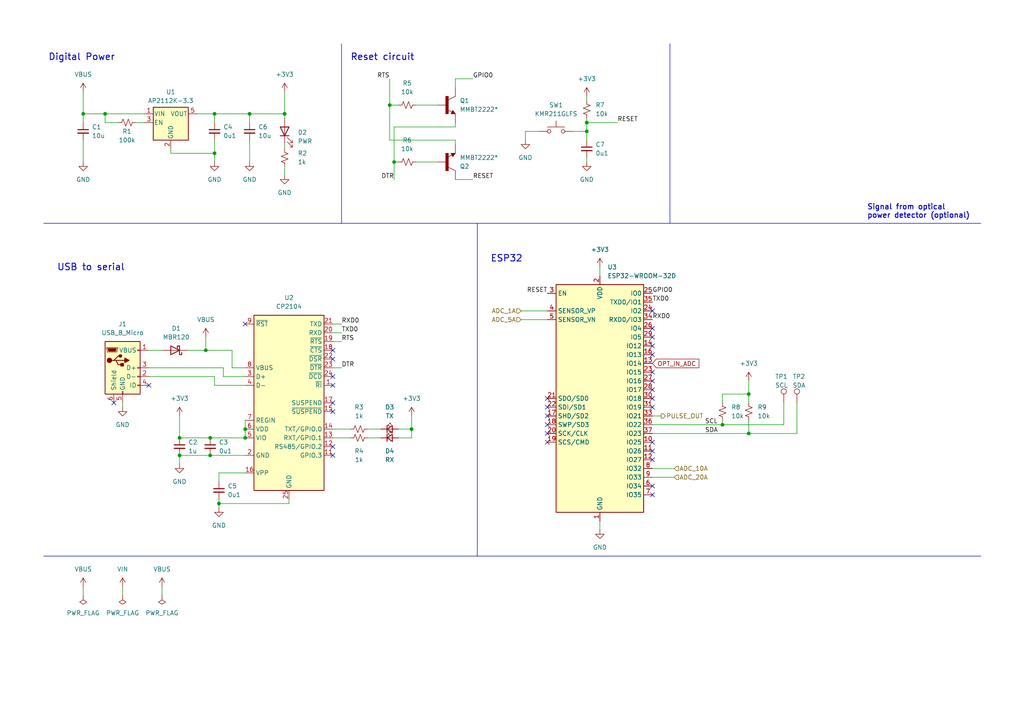
<source format=kicad_sch>
(kicad_sch (version 20230121) (generator eeschema)
  (paper "A4")
  (lib_symbols
    (symbol "Connector:TestPoint" (pin_numbers hide) (pin_names (offset 0.762) hide)
      (property "Reference" "TP" (at 0 6.858 0))
      (property "Value" "TestPoint" (at 0 5.08 0))
      (symbol "TestPoint_0_1"
        (circle (center 0 3.302) (radius 0.762))
      )
      (symbol "TestPoint_1_1"
        (pin passive line (at 0 0 90) (length 2.54) (name "1") (number "1"))
      )
    )
    (symbol "Connector:USB_B_Micro" (pin_names (offset 1.016))
      (property "Reference" "J" (at -5.08 11.43 0))
      (property "Value" "USB_B_Micro" (at -5.08 8.89 0))
      (symbol "USB_B_Micro_0_1"
        (rectangle (start -5.08 -7.62) (end 5.08 7.62) (stroke (width 0.254)) (fill (type background)))
        (circle (center -3.81 2.159) (radius 0.635) (stroke (width 0.254)) (fill (type outline)))
        (circle (center -0.635 3.429) (radius 0.381) (stroke (width 0.254)) (fill (type outline)))
        (rectangle (start -0.127 -7.62) (end 0.127 -6.858))
        (polyline (pts (xy -1.905 2.159) (xy 0.635 2.159)) (stroke (width 0.254)))
        (polyline (pts (xy -3.175 2.159) (xy -2.54 2.159) (xy -1.27 3.429) (xy -0.635 3.429)) (stroke (width 0.254)))
        (polyline (pts (xy -2.54 2.159) (xy -1.905 2.159) (xy -1.27 0.889) (xy 0 0.889)) (stroke (width 0.254)))
        (polyline (pts (xy 0.635 2.794) (xy 0.635 1.524) (xy 1.905 2.159) (xy 0.635 2.794)) (stroke (width 0.254)) (fill (type outline)))
        (polyline (pts (xy -4.318 5.588) (xy -1.778 5.588) (xy -2.032 4.826) (xy -4.064 4.826) (xy -4.318 5.588)) (fill (type outline)))
        (polyline (pts (xy -4.699 5.842) (xy -4.699 5.588) (xy -4.445 4.826) (xy -4.445 4.572) (xy -1.651 4.572) (xy -1.651 4.826) (xy -1.397 5.588) (xy -1.397 5.842) (xy -4.699 5.842)))
        (rectangle (start 0.254 1.27) (end -0.508 0.508) (stroke (width 0.254)) (fill (type outline)))
        (rectangle (start 5.08 -5.207) (end 4.318 -4.953))
        (rectangle (start 5.08 -2.667) (end 4.318 -2.413))
        (rectangle (start 5.08 -0.127) (end 4.318 0.127))
        (rectangle (start 5.08 4.953) (end 4.318 5.207))
      )
      (symbol "USB_B_Micro_1_1"
        (pin power_out line (at 7.62 5.08 180) (length 2.54) (name "VBUS") (number "1"))
        (pin bidirectional line (at 7.62 -2.54 180) (length 2.54) (name "D-") (number "2"))
        (pin bidirectional line (at 7.62 0 180) (length 2.54) (name "D+") (number "3"))
        (pin passive line (at 7.62 -5.08 180) (length 2.54) (name "ID") (number "4"))
        (pin power_out line (at 0 -10.16 90) (length 2.54) (name "GND") (number "5"))
        (pin passive line (at -2.54 -10.16 90) (length 2.54) (name "Shield") (number "6"))
      )
    )
    (symbol "DW_custom_symbols:CP2104"
      (property "Reference" "U2" (at 0 30.48 0))
      (property "Value" "CP2104" (at 0 27.94 0))
      (symbol "CP2104_1_1"
        (rectangle (start -10.16 25.4) (end 10.16 -25.4) (stroke (width 0.254)) (fill (type background)))
        (pin input line (at 12.7 5.08 180) (length 2.54) (name "~{RI}") (number "1"))
        (pin no_connect line (at 10.16 -20.32 180) (length 2.54) hide (name "NC") (number "10"))
        (pin bidirectional line (at 12.7 -15.24 180) (length 2.54) (name "GPIO.3") (number "11"))
        (pin bidirectional line (at 12.7 -12.7 180) (length 2.54) (name "RS485/GPIO.2") (number "12"))
        (pin bidirectional line (at 12.7 -10.16 180) (length 2.54) (name "RXT/GPIO.1") (number "13"))
        (pin bidirectional line (at 12.7 -7.62 180) (length 2.54) (name "TXT/GPIO.0") (number "14"))
        (pin output line (at 12.7 -2.54 180) (length 2.54) (name "~{SUSPEND}") (number "15"))
        (pin passive line (at -12.7 -20.32 0) (length 2.54) (name "VPP") (number "16"))
        (pin output line (at 12.7 0 180) (length 2.54) (name "SUSPEND") (number "17"))
        (pin input line (at 12.7 15.24 180) (length 2.54) (name "~{CTS}") (number "18"))
        (pin output line (at 12.7 17.78 180) (length 2.54) (name "~{RTS}") (number "19"))
        (pin power_in line (at -12.7 -15.24 0) (length 2.54) (name "GND") (number "2"))
        (pin input line (at 12.7 20.32 180) (length 2.54) (name "RXD") (number "20"))
        (pin output line (at 12.7 22.86 180) (length 2.54) (name "TXD") (number "21"))
        (pin input line (at 12.7 12.7 180) (length 2.54) (name "~{DSR}") (number "22"))
        (pin output line (at 12.7 10.16 180) (length 2.54) (name "~{DTR}") (number "23"))
        (pin input line (at 12.7 7.62 180) (length 2.54) (name "~{DCD}") (number "24"))
        (pin passive line (at 0 -27.94 90) (length 2.54) (name "GND") (number "25"))
        (pin bidirectional line (at -12.7 7.62 0) (length 2.54) (name "D+") (number "3"))
        (pin bidirectional line (at -12.7 5.08 0) (length 2.54) (name "D-") (number "4"))
        (pin power_in line (at -12.7 -10.16 0) (length 2.54) (name "VIO") (number "5"))
        (pin power_in line (at -12.7 -7.62 0) (length 2.54) (name "VDD") (number "6"))
        (pin power_in line (at -12.7 -5.08 0) (length 2.54) (name "REGIN") (number "7"))
        (pin input line (at -12.7 10.16 0) (length 2.54) (name "VBUS") (number "8"))
        (pin bidirectional line (at -12.7 22.86 0) (length 2.54) (name "~{RST}") (number "9"))
      )
    )
    (symbol "DW_custom_symbols:MMBT2222*" (pin_numbers hide) (pin_names (offset 1.016) hide)
      (property "Reference" "Q" (at -10.16 7.62 0))
      (property "Value" "MMBT2222*" (at -10.1854 5.08 0))
      (symbol "MMBT2222*_0_0"
        (rectangle (start -0.254 -2.54) (end 0.508 2.54) (fill (type outline)))
        (polyline (pts (xy 1.27 -2.54) (xy 1.778 -1.524)) (stroke (width 0.1524)))
        (polyline (pts (xy 1.524 -2.413) (xy 2.286 -2.413)) (stroke (width 0.254)))
        (polyline (pts (xy 1.524 -2.286) (xy 1.905 -2.286)) (stroke (width 0.254)))
        (polyline (pts (xy 1.5494 -2.032) (xy 0.3048 -1.4224)) (stroke (width 0.1524)))
        (polyline (pts (xy 1.778 -1.778) (xy 1.524 -2.286)) (stroke (width 0.254)))
        (polyline (pts (xy 1.778 -1.524) (xy 2.54 -2.54)) (stroke (width 0.1524)))
        (polyline (pts (xy 1.905 -2.286) (xy 1.778 -2.032)) (stroke (width 0.254)))
        (polyline (pts (xy 2.286 -2.413) (xy 1.778 -1.778)) (stroke (width 0.254)))
        (polyline (pts (xy 2.54 -2.54) (xy 1.27 -2.54)) (stroke (width 0.1524)))
        (polyline (pts (xy 2.54 2.54) (xy 0.508 1.524)) (stroke (width 0.1524)))
      )
      (symbol "MMBT2222*_1_0"
        (pin passive line (at -2.54 0 0) (length 2.54) (name "~") (number "1"))
        (pin passive line (at 2.54 -5.08 90) (length 2.54) (name "~") (number "2"))
        (pin passive line (at 2.54 5.08 270) (length 2.54) (name "~") (number "3"))
      )
    )
    (symbol "DW_custom_symbols:VIN" (power) (pin_names (offset 0))
      (property "Value" "VIN" (at 0 6.35 0))
      (symbol "VIN_0_1"
        (polyline (pts (xy -0.762 1.27) (xy 0 2.54)))
        (polyline (pts (xy 0 0) (xy 0 2.54)))
        (polyline (pts (xy 0 2.54) (xy 0.762 1.27)))
      )
      (symbol "VIN_1_1"
        (pin power_in line (at 0 0 90) (length 0) hide (name "VIN") (number "1"))
      )
    )
    (symbol "Device:C_Small" (pin_numbers hide) (pin_names (offset 0.254) hide)
      (property "Reference" "C" (at 0.254 1.778 0))
      (property "Value" "C_Small" (at 0.254 -2.032 0))
      (symbol "C_Small_0_1"
        (polyline (pts (xy -1.524 -0.508) (xy 1.524 -0.508)) (stroke (width 0.3302)))
        (polyline (pts (xy -1.524 0.508) (xy 1.524 0.508)) (stroke (width 0.3048)))
      )
      (symbol "C_Small_1_1"
        (pin passive line (at 0 2.54 270) (length 2.032) (name "~") (number "1"))
        (pin passive line (at 0 -2.54 90) (length 2.032) (name "~") (number "2"))
      )
    )
    (symbol "Device:D_Schottky" (pin_numbers hide) (pin_names (offset 1.016) hide)
      (property "Reference" "D" (at 0 2.54 0))
      (property "Value" "D_Schottky" (at 0 -2.54 0))
      (symbol "D_Schottky_0_1"
        (polyline (pts (xy 1.27 0) (xy -1.27 0)))
        (polyline (pts (xy 1.27 1.27) (xy 1.27 -1.27) (xy -1.27 0) (xy 1.27 1.27)) (stroke (width 0.254)))
        (polyline (pts (xy -1.905 0.635) (xy -1.905 1.27) (xy -1.27 1.27) (xy -1.27 -1.27) (xy -0.635 -1.27) (xy -0.635 -0.635)) (stroke (width 0.254)))
      )
      (symbol "D_Schottky_1_1"
        (pin passive line (at -3.81 0 0) (length 2.54) (name "K") (number "1"))
        (pin passive line (at 3.81 0 180) (length 2.54) (name "A") (number "2"))
      )
    )
    (symbol "Device:LED" (pin_numbers hide) (pin_names (offset 1.016) hide)
      (property "Reference" "D" (at 0 2.54 0))
      (property "Value" "LED" (at 0 -2.54 0))
      (symbol "LED_0_1"
        (polyline (pts (xy -1.27 -1.27) (xy -1.27 1.27)) (stroke (width 0.254)))
        (polyline (pts (xy -1.27 0) (xy 1.27 0)))
        (polyline (pts (xy 1.27 -1.27) (xy 1.27 1.27) (xy -1.27 0) (xy 1.27 -1.27)) (stroke (width 0.254)))
        (polyline (pts (xy -3.048 -0.762) (xy -4.572 -2.286) (xy -3.81 -2.286) (xy -4.572 -2.286) (xy -4.572 -1.524)))
        (polyline (pts (xy -1.778 -0.762) (xy -3.302 -2.286) (xy -2.54 -2.286) (xy -3.302 -2.286) (xy -3.302 -1.524)))
      )
      (symbol "LED_1_1"
        (pin passive line (at -3.81 0 0) (length 2.54) (name "K") (number "1"))
        (pin passive line (at 3.81 0 180) (length 2.54) (name "A") (number "2"))
      )
    )
    (symbol "Device:LED_Small" (pin_numbers hide) (pin_names (offset 0.254) hide)
      (property "Reference" "D" (at -1.27 3.175 0))
      (property "Value" "LED_Small" (at -4.445 -2.54 0))
      (symbol "LED_Small_0_1"
        (polyline (pts (xy -0.762 -1.016) (xy -0.762 1.016)) (stroke (width 0.254)))
        (polyline (pts (xy 1.016 0) (xy -0.762 0)))
        (polyline (pts (xy 0.762 -1.016) (xy -0.762 0) (xy 0.762 1.016) (xy 0.762 -1.016)) (stroke (width 0.254)))
        (polyline (pts (xy 0 0.762) (xy -0.508 1.27) (xy -0.254 1.27) (xy -0.508 1.27) (xy -0.508 1.016)))
        (polyline (pts (xy 0.508 1.27) (xy 0 1.778) (xy 0.254 1.778) (xy 0 1.778) (xy 0 1.524)))
      )
      (symbol "LED_Small_1_1"
        (pin passive line (at -2.54 0 0) (length 1.778) (name "K") (number "1"))
        (pin passive line (at 2.54 0 180) (length 1.778) (name "A") (number "2"))
      )
    )
    (symbol "Device:R_Small_US" (pin_numbers hide) (pin_names (offset 0.254) hide)
      (property "Reference" "R" (at 0.762 0.508 0))
      (property "Value" "R_Small_US" (at 0.762 -1.016 0))
      (symbol "R_Small_US_1_1"
        (polyline (pts (xy 0 0) (xy 1.016 -0.381) (xy 0 -0.762) (xy -1.016 -1.143) (xy 0 -1.524)))
        (polyline (pts (xy 0 1.524) (xy 1.016 1.143) (xy 0 0.762) (xy -1.016 0.381) (xy 0 0)))
        (pin passive line (at 0 2.54 270) (length 1.016) (name "~") (number "1"))
        (pin passive line (at 0 -2.54 90) (length 1.016) (name "~") (number "2"))
      )
    )
    (symbol "RF_Module:ESP32-WROOM-32D"
      (property "Reference" "U" (at -12.7 34.29 0))
      (property "Value" "ESP32-WROOM-32D" (at 1.27 34.29 0))
      (symbol "ESP32-WROOM-32D_0_1"
        (rectangle (start -12.7 33.02) (end 12.7 -33.02) (stroke (width 0.254)) (fill (type background)))
      )
      (symbol "ESP32-WROOM-32D_1_1"
        (pin power_in line (at 0 -35.56 90) (length 2.54) (name "GND") (number "1"))
        (pin bidirectional line (at 15.24 -12.7 180) (length 2.54) (name "IO25") (number "10"))
        (pin bidirectional line (at 15.24 -15.24 180) (length 2.54) (name "IO26") (number "11"))
        (pin bidirectional line (at 15.24 -17.78 180) (length 2.54) (name "IO27") (number "12"))
        (pin bidirectional line (at 15.24 10.16 180) (length 2.54) (name "IO14") (number "13"))
        (pin bidirectional line (at 15.24 15.24 180) (length 2.54) (name "IO12") (number "14"))
        (pin passive line (at 0 -35.56 90) (length 2.54) hide (name "GND") (number "15"))
        (pin bidirectional line (at 15.24 12.7 180) (length 2.54) (name "IO13") (number "16"))
        (pin bidirectional line (at -15.24 -5.08 0) (length 2.54) (name "SHD/SD2") (number "17"))
        (pin bidirectional line (at -15.24 -7.62 0) (length 2.54) (name "SWP/SD3") (number "18"))
        (pin bidirectional line (at -15.24 -12.7 0) (length 2.54) (name "SCS/CMD") (number "19"))
        (pin power_in line (at 0 35.56 270) (length 2.54) (name "VDD") (number "2"))
        (pin bidirectional line (at -15.24 -10.16 0) (length 2.54) (name "SCK/CLK") (number "20"))
        (pin bidirectional line (at -15.24 0 0) (length 2.54) (name "SDO/SD0") (number "21"))
        (pin bidirectional line (at -15.24 -2.54 0) (length 2.54) (name "SDI/SD1") (number "22"))
        (pin bidirectional line (at 15.24 7.62 180) (length 2.54) (name "IO15") (number "23"))
        (pin bidirectional line (at 15.24 25.4 180) (length 2.54) (name "IO2") (number "24"))
        (pin bidirectional line (at 15.24 30.48 180) (length 2.54) (name "IO0") (number "25"))
        (pin bidirectional line (at 15.24 20.32 180) (length 2.54) (name "IO4") (number "26"))
        (pin bidirectional line (at 15.24 5.08 180) (length 2.54) (name "IO16") (number "27"))
        (pin bidirectional line (at 15.24 2.54 180) (length 2.54) (name "IO17") (number "28"))
        (pin bidirectional line (at 15.24 17.78 180) (length 2.54) (name "IO5") (number "29"))
        (pin input line (at -15.24 30.48 0) (length 2.54) (name "EN") (number "3"))
        (pin bidirectional line (at 15.24 0 180) (length 2.54) (name "IO18") (number "30"))
        (pin bidirectional line (at 15.24 -2.54 180) (length 2.54) (name "IO19") (number "31"))
        (pin no_connect line (at -12.7 -27.94 0) (length 2.54) hide (name "NC") (number "32"))
        (pin bidirectional line (at 15.24 -5.08 180) (length 2.54) (name "IO21") (number "33"))
        (pin bidirectional line (at 15.24 22.86 180) (length 2.54) (name "RXD0/IO3") (number "34"))
        (pin bidirectional line (at 15.24 27.94 180) (length 2.54) (name "TXD0/IO1") (number "35"))
        (pin bidirectional line (at 15.24 -7.62 180) (length 2.54) (name "IO22") (number "36"))
        (pin bidirectional line (at 15.24 -10.16 180) (length 2.54) (name "IO23") (number "37"))
        (pin passive line (at 0 -35.56 90) (length 2.54) hide (name "GND") (number "38"))
        (pin passive line (at 0 -35.56 90) (length 2.54) hide (name "GND") (number "39"))
        (pin input line (at -15.24 25.4 0) (length 2.54) (name "SENSOR_VP") (number "4"))
        (pin input line (at -15.24 22.86 0) (length 2.54) (name "SENSOR_VN") (number "5"))
        (pin input line (at 15.24 -25.4 180) (length 2.54) (name "IO34") (number "6"))
        (pin input line (at 15.24 -27.94 180) (length 2.54) (name "IO35") (number "7"))
        (pin bidirectional line (at 15.24 -20.32 180) (length 2.54) (name "IO32") (number "8"))
        (pin bidirectional line (at 15.24 -22.86 180) (length 2.54) (name "IO33") (number "9"))
      )
    )
    (symbol "Regulator_Linear:AP2112K-3.3" (pin_names (offset 0.254))
      (property "Reference" "U" (at -5.08 5.715 0))
      (property "Value" "AP2112K-3.3" (at 0 5.715 0))
      (symbol "AP2112K-3.3_0_1"
        (rectangle (start -5.08 4.445) (end 5.08 -5.08) (stroke (width 0.254)) (fill (type background)))
      )
      (symbol "AP2112K-3.3_1_1"
        (pin power_in line (at -7.62 2.54 0) (length 2.54) (name "VIN") (number "1"))
        (pin power_in line (at 0 -7.62 90) (length 2.54) (name "GND") (number "2"))
        (pin input line (at -7.62 0 0) (length 2.54) (name "EN") (number "3"))
        (pin no_connect line (at 5.08 0 180) (length 2.54) hide (name "NC") (number "4"))
        (pin power_out line (at 7.62 2.54 180) (length 2.54) (name "VOUT") (number "5"))
      )
    )
    (symbol "Switch:SW_Push" (pin_numbers hide) (pin_names (offset 1.016) hide)
      (property "Reference" "SW" (at 1.27 2.54 0))
      (property "Value" "SW_Push" (at 0 -1.524 0))
      (symbol "SW_Push_0_1"
        (circle (center -2.032 0) (radius 0.508))
        (polyline (pts (xy 0 1.27) (xy 0 3.048)))
        (polyline (pts (xy 2.54 1.27) (xy -2.54 1.27)))
        (circle (center 2.032 0) (radius 0.508))
        (pin passive line (at -5.08 0 0) (length 2.54) (name "1") (number "1"))
        (pin passive line (at 5.08 0 180) (length 2.54) (name "2") (number "2"))
      )
    )
    (symbol "power:+3V3" (power) (pin_names (offset 0))
      (property "Value" "+3V3" (at 0 3.556 0))
      (symbol "+3V3_0_1"
        (polyline (pts (xy -0.762 1.27) (xy 0 2.54)))
        (polyline (pts (xy 0 0) (xy 0 2.54)))
        (polyline (pts (xy 0 2.54) (xy 0.762 1.27)))
      )
      (symbol "+3V3_1_1"
        (pin power_in line (at 0 0 90) (length 0) hide (name "+3V3") (number "1"))
      )
    )
    (symbol "power:GND" (power) (pin_names (offset 0))
      (property "Value" "GND" (at 0 -3.81 0))
      (symbol "GND_0_1"
        (polyline (pts (xy 0 0) (xy 0 -1.27) (xy 1.27 -1.27) (xy 0 -2.54) (xy -1.27 -1.27) (xy 0 -1.27)))
      )
      (symbol "GND_1_1"
        (pin power_in line (at 0 0 270) (length 0) hide (name "GND") (number "1"))
      )
    )
    (symbol "power:PWR_FLAG" (power) (pin_numbers hide) (pin_names (offset 0) hide)
      (property "Value" "PWR_FLAG" (at 0 3.81 0))
      (symbol "PWR_FLAG_0_0"
        (pin power_out line (at 0 0 90) (length 0) (name "pwr") (number "1"))
      )
      (symbol "PWR_FLAG_0_1"
        (polyline (pts (xy 0 0) (xy 0 1.27) (xy -1.016 1.905) (xy 0 2.54) (xy 1.016 1.905) (xy 0 1.27)))
      )
    )
    (symbol "power:VBUS" (power) (pin_names (offset 0))
      (property "Value" "VBUS" (at 0 3.81 0))
      (symbol "VBUS_0_1"
        (polyline (pts (xy -0.762 1.27) (xy 0 2.54)))
        (polyline (pts (xy 0 0) (xy 0 2.54)))
        (polyline (pts (xy 0 2.54) (xy 0.762 1.27)))
      )
      (symbol "VBUS_1_1"
        (pin power_in line (at 0 0 90) (length 0) hide (name "VBUS") (number "1"))
      )
    )
  )
  (junction (at 60.96 127))
  (junction (at 113.03 30.48))
  (junction (at 209.55 123.19))
  (junction (at 217.17 114.3))
  (junction (at 119.38 124.46))
  (junction (at 30.48 33.02))
  (junction (at 24.13 33.02))
  (junction (at 82.55 33.02))
  (junction (at 71.12 127))
  (junction (at 170.18 38.1))
  (junction (at 170.18 35.56))
  (junction (at 217.17 125.73))
  (junction (at 71.12 124.46))
  (junction (at 72.39 33.02))
  (junction (at 63.5 146.05))
  (junction (at 52.07 127))
  (junction (at 59.69 101.6))
  (junction (at 62.23 44.45))
  (junction (at 114.3 46.99))
  (junction (at 60.96 132.08))
  (junction (at 52.07 132.08))
  (junction (at 62.23 33.02))
  (no_connect (at 96.52 132.08))
  (no_connect (at 189.23 115.57))
  (no_connect (at 189.23 95.25))
  (no_connect (at 158.75 118.11))
  (no_connect (at 189.23 102.87))
  (no_connect (at 158.75 125.73))
  (no_connect (at 189.23 143.51))
  (no_connect (at 96.52 111.76))
  (no_connect (at 71.12 93.98))
  (no_connect (at 189.23 113.03))
  (no_connect (at 158.75 123.19))
  (no_connect (at 96.52 104.14))
  (no_connect (at 189.23 107.95))
  (no_connect (at 189.23 118.11))
  (no_connect (at 189.23 110.49))
  (no_connect (at 96.52 129.54))
  (no_connect (at 158.75 128.27))
  (no_connect (at 189.23 130.81))
  (no_connect (at 189.23 140.97))
  (no_connect (at 189.23 133.35))
  (no_connect (at 96.52 119.38))
  (no_connect (at 189.23 90.17))
  (no_connect (at 96.52 109.22))
  (no_connect (at 158.75 120.65))
  (no_connect (at 189.23 97.79))
  (no_connect (at 33.02 116.84))
  (no_connect (at 96.52 101.6))
  (no_connect (at 96.52 116.84))
  (no_connect (at 43.18 111.76))
  (no_connect (at 158.75 115.57))
  (no_connect (at 189.23 128.27))
  (no_connect (at 189.23 100.33))
  (polyline (pts (xy 194.31 64.77) (xy 284.48 64.77)))
  (wire (pts (xy 96.52 99.06) (xy 99.06 99.06)))
  (wire (pts (xy 217.17 121.92) (xy 217.17 125.73)))
  (wire (pts (xy 189.23 123.19) (xy 209.55 123.19)))
  (wire (pts (xy 83.82 144.78) (xy 83.82 146.05)))
  (wire (pts (xy 209.55 121.92) (xy 209.55 123.19)))
  (wire (pts (xy 96.52 124.46) (xy 101.6 124.46)))
  (wire (pts (xy 52.07 132.08) (xy 52.07 134.62)))
  (wire (pts (xy 63.5 137.16) (xy 63.5 139.7)))
  (wire (pts (xy 52.07 120.65) (xy 52.07 127)))
  (wire (pts (xy 30.48 33.02) (xy 41.91 33.02)))
  (wire (pts (xy 132.08 52.07) (xy 137.16 52.07)))
  (wire (pts (xy 83.82 146.05) (xy 63.5 146.05)))
  (wire (pts (xy 209.55 123.19) (xy 227.33 123.19)))
  (wire (pts (xy 67.31 101.6) (xy 59.69 101.6)))
  (wire (pts (xy 49.53 43.18) (xy 49.53 44.45)))
  (wire (pts (xy 189.23 120.65) (xy 191.77 120.65)))
  (wire (pts (xy 71.12 121.92) (xy 71.12 124.46)))
  (wire (pts (xy 64.77 109.22) (xy 71.12 109.22)))
  (wire (pts (xy 189.23 138.43) (xy 195.58 138.43)))
  (wire (pts (xy 217.17 114.3) (xy 217.17 116.84)))
  (wire (pts (xy 114.3 46.99) (xy 114.3 52.07)))
  (wire (pts (xy 173.99 77.47) (xy 173.99 80.01)))
  (wire (pts (xy 170.18 45.72) (xy 170.18 46.99)))
  (wire (pts (xy 132.08 41.91) (xy 132.08 40.64)))
  (wire (pts (xy 96.52 127) (xy 101.6 127)))
  (wire (pts (xy 170.18 27.94) (xy 170.18 29.21)))
  (wire (pts (xy 231.14 116.84) (xy 231.14 125.73)))
  (wire (pts (xy 96.52 93.98) (xy 99.06 93.98)))
  (wire (pts (xy 119.38 124.46) (xy 119.38 127)))
  (wire (pts (xy 173.99 151.13) (xy 173.99 153.67)))
  (wire (pts (xy 170.18 40.64) (xy 170.18 38.1)))
  (wire (pts (xy 24.13 33.02) (xy 24.13 35.56)))
  (wire (pts (xy 60.96 132.08) (xy 71.12 132.08)))
  (wire (pts (xy 62.23 40.64) (xy 62.23 44.45)))
  (wire (pts (xy 170.18 35.56) (xy 179.07 35.56)))
  (wire (pts (xy 115.57 124.46) (xy 119.38 124.46)))
  (wire (pts (xy 132.08 40.64) (xy 113.03 40.64)))
  (wire (pts (xy 82.55 33.02) (xy 82.55 34.29)))
  (polyline (pts (xy 138.43 161.29) (xy 284.48 161.29)))
  (polyline (pts (xy 138.43 64.77) (xy 138.43 161.29)))
  (wire (pts (xy 209.55 114.3) (xy 217.17 114.3)))
  (wire (pts (xy 62.23 33.02) (xy 72.39 33.02)))
  (wire (pts (xy 132.08 25.4) (xy 132.08 22.86)))
  (wire (pts (xy 59.69 97.79) (xy 59.69 101.6)))
  (wire (pts (xy 62.23 109.22) (xy 62.23 111.76)))
  (wire (pts (xy 119.38 120.65) (xy 119.38 124.46)))
  (polyline (pts (xy 194.31 12.7) (xy 194.31 64.77)))
  (wire (pts (xy 96.52 106.68) (xy 99.06 106.68)))
  (wire (pts (xy 170.18 34.29) (xy 170.18 35.56)))
  (wire (pts (xy 71.12 124.46) (xy 71.12 127)))
  (wire (pts (xy 114.3 36.83) (xy 114.3 46.99)))
  (wire (pts (xy 24.13 170.18) (xy 24.13 172.72)))
  (wire (pts (xy 60.96 127) (xy 71.12 127)))
  (wire (pts (xy 96.52 96.52) (xy 99.06 96.52)))
  (wire (pts (xy 113.03 30.48) (xy 115.57 30.48)))
  (wire (pts (xy 24.13 26.67) (xy 24.13 33.02)))
  (wire (pts (xy 152.4 38.1) (xy 156.21 38.1)))
  (wire (pts (xy 217.17 125.73) (xy 231.14 125.73)))
  (polyline (pts (xy 12.7 64.77) (xy 99.06 64.77)))
  (wire (pts (xy 30.48 33.02) (xy 30.48 35.56)))
  (wire (pts (xy 227.33 116.84) (xy 227.33 123.19)))
  (wire (pts (xy 132.08 35.56) (xy 132.08 36.83)))
  (wire (pts (xy 24.13 33.02) (xy 30.48 33.02)))
  (wire (pts (xy 49.53 44.45) (xy 62.23 44.45)))
  (wire (pts (xy 46.99 170.18) (xy 46.99 172.72)))
  (wire (pts (xy 62.23 33.02) (xy 62.23 35.56)))
  (wire (pts (xy 82.55 48.26) (xy 82.55 50.8)))
  (wire (pts (xy 57.15 33.02) (xy 62.23 33.02)))
  (wire (pts (xy 62.23 111.76) (xy 71.12 111.76)))
  (polyline (pts (xy 99.06 12.7) (xy 99.06 64.77)))
  (wire (pts (xy 35.56 116.84) (xy 35.56 118.11)))
  (wire (pts (xy 82.55 33.02) (xy 72.39 33.02)))
  (wire (pts (xy 151.13 90.17) (xy 158.75 90.17)))
  (wire (pts (xy 114.3 46.99) (xy 115.57 46.99)))
  (wire (pts (xy 189.23 125.73) (xy 217.17 125.73)))
  (wire (pts (xy 67.31 106.68) (xy 67.31 101.6)))
  (wire (pts (xy 189.23 135.89) (xy 195.58 135.89)))
  (wire (pts (xy 54.61 101.6) (xy 59.69 101.6)))
  (wire (pts (xy 170.18 38.1) (xy 166.37 38.1)))
  (wire (pts (xy 71.12 137.16) (xy 63.5 137.16)))
  (wire (pts (xy 119.38 127) (xy 115.57 127)))
  (wire (pts (xy 209.55 116.84) (xy 209.55 114.3)))
  (wire (pts (xy 113.03 40.64) (xy 113.03 30.48)))
  (wire (pts (xy 113.03 22.86) (xy 113.03 30.48)))
  (polyline (pts (xy 12.7 161.29) (xy 138.43 161.29)))
  (wire (pts (xy 152.4 40.64) (xy 152.4 38.1)))
  (wire (pts (xy 39.37 35.56) (xy 41.91 35.56)))
  (wire (pts (xy 151.13 92.71) (xy 158.75 92.71)))
  (wire (pts (xy 82.55 41.91) (xy 82.55 43.18)))
  (wire (pts (xy 217.17 114.3) (xy 217.17 110.49)))
  (wire (pts (xy 132.08 36.83) (xy 114.3 36.83)))
  (wire (pts (xy 120.65 46.99) (xy 127 46.99)))
  (wire (pts (xy 71.12 106.68) (xy 67.31 106.68)))
  (wire (pts (xy 72.39 33.02) (xy 72.39 35.56)))
  (wire (pts (xy 52.07 127) (xy 60.96 127)))
  (polyline (pts (xy 99.06 64.77) (xy 194.31 64.77)))
  (wire (pts (xy 34.29 35.56) (xy 30.48 35.56)))
  (wire (pts (xy 43.18 109.22) (xy 62.23 109.22)))
  (wire (pts (xy 43.18 106.68) (xy 64.77 106.68)))
  (wire (pts (xy 106.68 127) (xy 110.49 127)))
  (wire (pts (xy 82.55 26.67) (xy 82.55 33.02)))
  (wire (pts (xy 72.39 40.64) (xy 72.39 46.99)))
  (wire (pts (xy 43.18 101.6) (xy 46.99 101.6)))
  (wire (pts (xy 24.13 40.64) (xy 24.13 46.99)))
  (wire (pts (xy 52.07 132.08) (xy 60.96 132.08)))
  (wire (pts (xy 63.5 146.05) (xy 63.5 147.32)))
  (wire (pts (xy 170.18 35.56) (xy 170.18 38.1)))
  (wire (pts (xy 120.65 30.48) (xy 127 30.48)))
  (wire (pts (xy 106.68 124.46) (xy 110.49 124.46)))
  (wire (pts (xy 63.5 144.78) (xy 63.5 146.05)))
  (wire (pts (xy 35.56 170.18) (xy 35.56 172.72)))
  (wire (pts (xy 64.77 106.68) (xy 64.77 109.22)))
  (wire (pts (xy 132.08 22.86) (xy 137.16 22.86)))
  (wire (pts (xy 62.23 44.45) (xy 62.23 46.99)))
  (text "USB to serial" (at 16.51 78.74 0) (effects (font (size 1.905 1.905) (thickness 0.254) bold) (justify left bottom)))
  (text "ESP32" (at 142.24 76.2 0) (effects (font (size 1.905 1.905) (thickness 0.254) bold) (justify left bottom)))
  (text "Signal from optical\npower detector (optional)" (at 251.46 63.5 0) (effects (font (size 1.524 1.524) (thickness 0.254) bold) (justify left bottom)))
  (text "Digital Power" (at 13.97 17.78 0) (effects (font (size 1.905 1.905) (thickness 0.254) bold) (justify left bottom)))
  (text "Reset circuit" (at 101.6 17.78 0) (effects (font (size 1.905 1.905) (thickness 0.254) bold) (justify left bottom)))
  (label "RTS" (at 113.03 22.86 180))
  (label "DTR" (at 114.3 52.07 180))
  (label "GPIO0" (at 137.16 22.86 0))
  (label "RESET" (at 137.16 52.07 0))
  (label "RXD0" (at 189.23 92.71 0))
  (label "TXD0" (at 99.06 96.52 0))
  (label "RESET" (at 158.75 85.09 180))
  (label "SDA" (at 204.47 125.73 0))
  (label "SCL" (at 204.47 123.19 0))
  (label "RESET" (at 179.07 35.56 0))
  (label "DTR" (at 99.06 106.68 0))
  (label "RXD0" (at 99.06 93.98 0))
  (label "RTS" (at 99.06 99.06 0))
  (label "GPIO0" (at 189.23 85.09 0))
  (label "TXD0" (at 189.23 87.63 0))
  (global_label "OPT_IN_ADC" (shape input) (at 189.23 105.41 0) (property "Intersheetrefs" "${INTERSHEET_REFS}" (effects hide)))
  (hierarchical_label "ADC_10A" (shape input) (at 195.58 135.89 0))
  (hierarchical_label "ADC_1A" (shape input) (at 151.13 90.17 180))
  (hierarchical_label "ADC_5A" (shape input) (at 151.13 92.71 180))
  (hierarchical_label "PULSE_OUT" (shape output) (at 191.77 120.65 0))
  (hierarchical_label "ADC_20A" (shape input) (at 195.58 138.43 0))
  (symbol (lib_id "power:GND") (at 72.39 46.99 0) (unit 1)
    (property "Reference" "#PWR012" (effects hide))
    (property "Value" "GND" (at 72.39 52.07 0))
    (instances (project "cc_laser_supply_rev-B" (path "" (reference "#PWR012") (unit 1)) (path "" (reference "#PWR031") (unit 1))))
  )
  (symbol (lib_id "Device:LED_Small") (at 113.03 124.46 0) (unit 1)
    (property "Reference" "D3" (at 113.03 118.11 0))
    (property "Value" "TX" (at 113.03 120.65 0))
    (property "Footprint" "LED_SMD:LED_0603_1608Metric_Pad1.05x0.95mm_HandSolder" (effects hide))
  )
  (symbol (lib_id "power:+3V3") (at 170.18 27.94 0) (unit 1)
    (property "Reference" "#PWR017" (effects hide))
    (property "Value" "+3V3" (at 170.18 22.86 0))
    (instances (project "cc_laser_supply_rev-B" (path "" (reference "#PWR017") (unit 1)) (path "" (reference "#PWR035") (unit 1))))
  )
  (symbol (lib_id "Device:D_Schottky") (at 50.8 101.6 180) (unit 1)
    (property "Reference" "D1" (at 51.1175 95.25 0))
    (property "Value" "MBR120" (at 51.1175 97.79 0))
    (property "Footprint" "Diode_SMD:D_SOD-123F" (effects hide))
  )
  (symbol (lib_id "power:GND") (at 152.4 40.64 0) (unit 1)
    (property "Reference" "#PWR016" (effects hide))
    (property "Value" "GND" (at 152.4 45.72 0))
    (instances (project "cc_laser_supply_rev-B" (path "" (reference "#PWR016") (unit 1)) (path "" (reference "#PWR031") (unit 1))))
  )
  (symbol (lib_id "Device:R_Small_US") (at 209.55 119.38 180) (unit 1)
    (property "Reference" "R8" (at 212.09 118.11 0) (effects (justify right)))
    (property "Value" "10k" (at 212.09 120.65 0) (effects (justify right)))
    (property "Footprint" "Resistor_SMD:R_0603_1608Metric_Pad0.98x0.95mm_HandSolder" (effects hide))
  )
  (symbol (lib_id "Connector:TestPoint") (at 231.14 116.84 0) (unit 1)
    (property "Reference" "TP2" (at 229.87 109.22 0) (effects (justify left)))
    (property "Value" "SDA" (at 229.87 111.76 0) (effects (justify left)))
    (property "Footprint" "DW_Library:Keystone-1502-2" (effects hide))
    (property "Part" "Keystone 1502-2" (effects hide))
  )
  (symbol (lib_id "RF_Module:ESP32-WROOM-32D") (at 173.99 115.57 0) (unit 1)
    (property "Reference" "U3" (at 176.1841 77.47 0) (effects (justify left)))
    (property "Value" "ESP32-WROOM-32D" (at 176.1841 80.01 0) (effects (justify left)))
    (property "Footprint" "RF_Module:ESP32-WROOM-32D" (effects hide))
    (property "Datasheet" "https://www.espressif.com/sites/default/files/documentation/esp32-wroom-32d_esp32-wroom-32u_datasheet_en.pdf" (effects hide))
  )
  (symbol (lib_id "Device:R_Small_US") (at 170.18 31.75 180) (unit 1)
    (property "Reference" "R7" (at 172.72 30.48 0) (effects (justify right)))
    (property "Value" "10k" (at 172.72 33.02 0) (effects (justify right)))
    (property "Footprint" "Resistor_SMD:R_0603_1608Metric_Pad0.98x0.95mm_HandSolder" (effects hide))
  )
  (symbol (lib_id "power:GND") (at 170.18 46.99 0) (unit 1)
    (property "Reference" "#PWR018" (effects hide))
    (property "Value" "GND" (at 170.18 52.07 0))
    (instances (project "cc_laser_supply_rev-B" (path "" (reference "#PWR018") (unit 1)) (path "" (reference "#PWR031") (unit 1))))
  )
  (symbol (lib_id "Device:C_Small") (at 52.07 129.54 0) (unit 1)
    (property "Reference" "C2" (at 54.61 128.2763 0) (effects (justify left)))
    (property "Value" "1u" (at 54.61 130.8163 0) (effects (justify left)))
    (property "Footprint" "Capacitor_SMD:C_0603_1608Metric_Pad1.08x0.95mm_HandSolder" (effects hide))
  )
  (symbol (lib_id "Device:C_Small") (at 72.39 38.1 0) (unit 1)
    (property "Reference" "C6" (at 74.93 36.8363 0) (effects (justify left)))
    (property "Value" "10u" (at 74.93 39.3763 0) (effects (justify left)))
    (property "Footprint" "Capacitor_SMD:C_0805_2012Metric_Pad1.18x1.45mm_HandSolder" (effects hide))
    (instances (project "cc_laser_supply_rev-B" (path "" (reference "C6") (unit 1)) (path "" (reference "C17") (unit 1))))
  )
  (symbol (lib_id "power:PWR_FLAG") (at 35.56 172.72 180) (unit 1)
    (property "Reference" "#FLG02" (effects hide))
    (property "Value" "PWR_FLAG" (at 35.56 177.8 0))
  )
  (symbol (lib_id "Device:LED_Small") (at 113.03 127 0) (unit 1)
    (property "Reference" "D4" (at 113.03 130.81 0))
    (property "Value" "RX" (at 113.03 133.35 0))
    (property "Footprint" "LED_SMD:LED_0603_1608Metric_Pad1.05x0.95mm_HandSolder" (effects hide))
  )
  (symbol (lib_id "power:GND") (at 35.56 118.11 0) (unit 1)
    (property "Reference" "#PWR04" (effects hide))
    (property "Value" "GND" (at 35.56 123.19 0))
    (instances (project "cc_laser_supply_rev-B" (path "" (reference "#PWR04") (unit 1)) (path "" (reference "#PWR031") (unit 1))))
  )
  (symbol (lib_id "Device:C_Small") (at 62.23 38.1 0) (unit 1)
    (property "Reference" "C4" (at 64.77 36.8363 0) (effects (justify left)))
    (property "Value" "0u1" (at 64.77 39.3763 0) (effects (justify left)))
    (property "Footprint" "Capacitor_SMD:C_0603_1608Metric_Pad1.08x0.95mm_HandSolder" (effects hide))
    (instances (project "cc_laser_supply_rev-B" (path "" (reference "C4") (unit 1)) (path "" (reference "C13") (unit 1))))
  )
  (symbol (lib_id "power:+3V3") (at 82.55 26.67 0) (unit 1)
    (property "Reference" "#PWR013" (effects hide))
    (property "Value" "+3V3" (at 82.55 21.59 0))
    (instances (project "cc_laser_supply_rev-B" (path "" (reference "#PWR013") (unit 1)) (path "" (reference "#PWR035") (unit 1))))
  )
  (symbol (lib_id "power:VBUS") (at 24.13 170.18 0) (unit 1)
    (property "Reference" "#PWR03" (effects hide))
    (property "Value" "VBUS" (at 24.13 165.1 0))
    (instances (project "cc_laser_supply_rev-B" (path "" (reference "#PWR03") (unit 1)) (path "" (reference "#PWR019") (unit 1))))
  )
  (symbol (lib_id "power:GND") (at 62.23 46.99 0) (unit 1)
    (property "Reference" "#PWR010" (effects hide))
    (property "Value" "GND" (at 62.23 52.07 0))
    (instances (project "cc_laser_supply_rev-B" (path "" (reference "#PWR010") (unit 1)) (path "" (reference "#PWR027") (unit 1))))
  )
  (symbol (lib_id "Connector:USB_B_Micro") (at 35.56 106.68 0) (unit 1)
    (property "Reference" "J1" (at 35.56 93.98 0))
    (property "Value" "USB_B_Micro" (at 35.56 96.52 0))
    (property "Footprint" "DW_Library:USB_Micro-B_Amphenol_10118194_Horizontal" (effects hide))
    (property "Part" "Amphenol 10118294" (effects hide))
  )
  (symbol (lib_id "Device:R_Small_US") (at 82.55 45.72 180) (unit 1)
    (property "Reference" "R2" (at 86.36 44.45 0) (effects (justify right)))
    (property "Value" "1k" (at 86.36 46.99 0) (effects (justify right)))
    (property "Footprint" "Resistor_SMD:R_0603_1608Metric_Pad0.98x0.95mm_HandSolder" (effects hide))
    (instances (project "cc_laser_supply_rev-B" (path "" (reference "R2") (unit 1)) (path "" (reference "R11") (unit 1))))
  )
  (symbol (lib_id "DW_custom_symbols:CP2104") (at 83.82 116.84 0) (unit 1)
    (property "Reference" "U2" (at 83.82 86.36 0))
    (property "Value" "CP2104" (at 83.82 88.9 0))
    (property "Footprint" "Package_DFN_QFN:QFN-24-1EP_4x4mm_P0.5mm_EP2.6x2.6mm" (effects hide))
    (property "Datasheet" "https://www.silabs.com/documents/public/data-sheets/cp2104.pdf" (effects hide))
  )
  (symbol (lib_id "DW_custom_symbols:MMBT2222*") (at 129.54 30.48 0) (unit 1)
    (property "Reference" "Q1" (at 133.35 29.21 0) (effects (justify left)))
    (property "Value" "MMBT2222*" (at 133.35 31.75 0) (effects (justify left)))
    (property "Footprint" "Package_TO_SOT_SMD:SOT-23" (effects hide))
  )
  (symbol (lib_id "power:GND") (at 82.55 50.8 0) (unit 1)
    (property "Reference" "#PWR014" (effects hide))
    (property "Value" "GND" (at 82.55 55.88 0))
    (instances (project "cc_laser_supply_rev-B" (path "" (reference "#PWR014") (unit 1)) (path "" (reference "#PWR031") (unit 1))))
  )
  (symbol (lib_id "Device:R_Small_US") (at 36.83 35.56 90) (unit 1)
    (property "Reference" "R1" (at 36.83 38.1 90))
    (property "Value" "100k" (at 36.83 40.64 90))
    (property "Footprint" "Resistor_SMD:R_0603_1608Metric_Pad0.98x0.95mm_HandSolder" (effects hide))
    (instances (project "cc_laser_supply_rev-B" (path "" (reference "R1") (unit 1)) (path "" (reference "R11") (unit 1))))
  )
  (symbol (lib_id "power:PWR_FLAG") (at 46.99 172.72 180) (unit 1)
    (property "Reference" "#FLG03" (effects hide))
    (property "Value" "PWR_FLAG" (at 46.99 177.8 0))
  )
  (symbol (lib_id "power:GND") (at 63.5 147.32 0) (unit 1)
    (property "Reference" "#PWR011" (effects hide))
    (property "Value" "GND" (at 63.5 152.4 0))
    (instances (project "cc_laser_supply_rev-B" (path "" (reference "#PWR011") (unit 1)) (path "" (reference "#PWR031") (unit 1))))
  )
  (symbol (lib_id "power:VBUS") (at 24.13 26.67 0) (unit 1)
    (property "Reference" "#PWR01" (effects hide))
    (property "Value" "VBUS" (at 24.13 21.59 0))
    (instances (project "cc_laser_supply_rev-B" (path "" (reference "#PWR01") (unit 1)) (path "" (reference "#PWR019") (unit 1))))
  )
  (symbol (lib_id "power:+3V3") (at 119.38 120.65 0) (unit 1)
    (property "Reference" "#PWR015" (effects hide))
    (property "Value" "+3V3" (at 119.38 115.57 0))
  )
  (symbol (lib_id "Device:R_Small_US") (at 104.14 127 90) (unit 1)
    (property "Reference" "R4" (at 104.14 130.81 90))
    (property "Value" "1k" (at 104.14 133.35 90))
    (property "Footprint" "Resistor_SMD:R_0603_1608Metric_Pad0.98x0.95mm_HandSolder" (effects hide))
  )
  (symbol (lib_id "Device:C_Small") (at 60.96 129.54 0) (unit 1)
    (property "Reference" "C3" (at 63.5 128.2763 0) (effects (justify left)))
    (property "Value" "0u1" (at 63.5 130.8163 0) (effects (justify left)))
    (property "Footprint" "Capacitor_SMD:C_0603_1608Metric_Pad1.08x0.95mm_HandSolder" (effects hide))
  )
  (symbol (lib_id "Device:C_Small") (at 24.13 38.1 0) (unit 1)
    (property "Reference" "C1" (at 26.67 36.8363 0) (effects (justify left)))
    (property "Value" "10u" (at 26.67 39.3763 0) (effects (justify left)))
    (property "Footprint" "Capacitor_SMD:C_0805_2012Metric_Pad1.18x1.45mm_HandSolder" (effects hide))
    (instances (project "cc_laser_supply_rev-B" (path "" (reference "C1") (unit 1)) (path "" (reference "C9") (unit 1))))
  )
  (symbol (lib_id "Device:R_Small_US") (at 217.17 119.38 180) (unit 1)
    (property "Reference" "R9" (at 219.71 118.11 0) (effects (justify right)))
    (property "Value" "10k" (at 219.71 120.65 0) (effects (justify right)))
    (property "Footprint" "Resistor_SMD:R_0603_1608Metric_Pad0.98x0.95mm_HandSolder" (effects hide))
  )
  (symbol (lib_id "power:VBUS") (at 46.99 170.18 0) (unit 1)
    (property "Reference" "#PWR036" (effects hide))
    (property "Value" "VCAP" (at 46.99 165.1 0))
    (instances (project "cc_laser_supply_rev-B" (path "" (reference "#PWR036") (unit 1)) (path "" (reference "#PWR06") (unit 1))))
  )
  (symbol (lib_id "power:+3V3") (at 52.07 120.65 0) (unit 1)
    (property "Reference" "#PWR07" (effects hide))
    (property "Value" "+3V3" (at 52.07 115.57 0))
  )
  (symbol (lib_id "Device:R_Small_US") (at 118.11 46.99 90) (unit 1)
    (property "Reference" "R6" (at 118.11 40.64 90))
    (property "Value" "10k" (at 118.11 43.18 90))
    (property "Footprint" "Resistor_SMD:R_0603_1608Metric_Pad0.98x0.95mm_HandSolder" (effects hide))
  )
  (symbol (lib_id "Regulator_Linear:AP2112K-3.3") (at 49.53 35.56 0) (unit 1)
    (property "Reference" "U1" (at 49.53 26.67 0))
    (property "Value" "AP2112K-3.3" (at 49.53 29.21 0))
    (property "Footprint" "Package_TO_SOT_SMD:SOT-23-5" (effects hide))
    (property "Datasheet" "https://www.diodes.com/assets/Datasheets/AP2112.pdf" (effects hide))
    (instances (project "cc_laser_supply_rev-B" (path "" (reference "U1") (unit 1)) (path "" (reference "U10") (unit 1))))
  )
  (symbol (lib_id "power:GND") (at 52.07 134.62 0) (unit 1)
    (property "Reference" "#PWR08" (effects hide))
    (property "Value" "GND" (at 52.07 139.7 0))
    (instances (project "cc_laser_supply_rev-B" (path "" (reference "#PWR08") (unit 1)) (path "" (reference "#PWR031") (unit 1))))
  )
  (symbol (lib_id "Switch:SW_Push") (at 161.29 38.1 0) (unit 1)
    (property "Reference" "SW1" (at 161.29 30.48 0))
    (property "Value" "KMR211GLFS" (at 161.29 33.02 0))
    (property "Footprint" "Button_Switch_SMD:SW_Push_1P1T-SH_NO_CK_KMR2xxG" (effects hide))
  )
  (symbol (lib_id "Device:R_Small_US") (at 118.11 30.48 90) (unit 1)
    (property "Reference" "R5" (at 118.11 24.13 90))
    (property "Value" "10k" (at 118.11 26.67 90))
    (property "Footprint" "Resistor_SMD:R_0603_1608Metric_Pad0.98x0.95mm_HandSolder" (effects hide))
  )
  (symbol (lib_id "power:PWR_FLAG") (at 24.13 172.72 180) (unit 1)
    (property "Reference" "#FLG01" (effects hide))
    (property "Value" "PWR_FLAG" (at 24.13 177.8 0))
  )
  (symbol (lib_id "Device:R_Small_US") (at 104.14 124.46 90) (unit 1)
    (property "Reference" "R3" (at 104.14 118.11 90))
    (property "Value" "1k" (at 104.14 120.65 90))
    (property "Footprint" "Resistor_SMD:R_0603_1608Metric_Pad0.98x0.95mm_HandSolder" (effects hide))
  )
  (symbol (lib_id "Device:C_Small") (at 63.5 142.24 0) (unit 1)
    (property "Reference" "C5" (at 66.04 140.9763 0) (effects (justify left)))
    (property "Value" "0u1" (at 66.04 143.5163 0) (effects (justify left)))
    (property "Footprint" "Capacitor_SMD:C_0603_1608Metric_Pad1.08x0.95mm_HandSolder" (effects hide))
  )
  (symbol (lib_id "Device:C_Small") (at 170.18 43.18 0) (unit 1)
    (property "Reference" "C7" (at 172.72 41.9163 0) (effects (justify left)))
    (property "Value" "0u1" (at 172.72 44.4563 0) (effects (justify left)))
    (property "Footprint" "Capacitor_SMD:C_0603_1608Metric_Pad1.08x0.95mm_HandSolder" (effects hide))
    (instances (project "cc_laser_supply_rev-B" (path "" (reference "C7") (unit 1)) (path "" (reference "C13") (unit 1))))
  )
  (symbol (lib_id "DW_custom_symbols:MMBT2222*") (at 129.54 46.99 0) (mirror x) (unit 1)
    (property "Reference" "Q2" (at 133.35 48.26 0) (effects (justify left)))
    (property "Value" "MMBT2222*" (at 133.35 45.72 0) (effects (justify left)))
    (property "Footprint" "Package_TO_SOT_SMD:SOT-23" (effects hide))
  )
  (symbol (lib_id "DW_custom_symbols:VIN") (at 35.56 170.18 0) (unit 1)
    (property "Reference" "#PWR018" (effects hide))
    (property "Value" "VIN" (at 35.56 165.1 0))
    (instances (project "cc_laser_supply_rev-B" (path "" (reference "#PWR018") (unit 1)) (path "" (reference "#PWR05") (unit 1))))
  )
  (symbol (lib_id "power:+3V3") (at 173.99 77.47 0) (unit 1)
    (property "Reference" "#PWR020" (effects hide))
    (property "Value" "+3V3" (at 173.99 72.39 0))
    (instances (project "cc_laser_supply_rev-B" (path "" (reference "#PWR020") (unit 1)) (path "" (reference "#PWR035") (unit 1))))
  )
  (symbol (lib_id "Device:LED") (at 82.55 38.1 90) (unit 1)
    (property "Reference" "D2" (at 86.36 38.4175 90) (effects (justify right)))
    (property "Value" "PWR" (at 86.36 40.9575 90) (effects (justify right)))
    (property "Footprint" "LED_SMD:LED_0603_1608Metric_Pad1.05x0.95mm_HandSolder" (effects hide))
  )
  (symbol (lib_id "power:+3V3") (at 217.17 110.49 0) (unit 1)
    (property "Reference" "#PWR022" (effects hide))
    (property "Value" "+3V3" (at 217.17 105.41 0))
    (instances (project "cc_laser_supply_rev-B" (path "" (reference "#PWR022") (unit 1)) (path "" (reference "#PWR035") (unit 1))))
  )
  (symbol (lib_id "power:GND") (at 173.99 153.67 0) (unit 1)
    (property "Reference" "#PWR021" (effects hide))
    (property "Value" "GND" (at 173.99 158.75 0))
    (instances (project "cc_laser_supply_rev-B" (path "" (reference "#PWR021") (unit 1)) (path "" (reference "#PWR031") (unit 1))))
  )
  (symbol (lib_id "power:VBUS") (at 59.69 97.79 0) (unit 1)
    (property "Reference" "#PWR09" (effects hide))
    (property "Value" "VBUS" (at 59.69 92.71 0))
    (instances (project "cc_laser_supply_rev-B" (path "" (reference "#PWR09") (unit 1)) (path "" (reference "#PWR019") (unit 1))))
  )
  (symbol (lib_id "power:GND") (at 24.13 46.99 0) (unit 1)
    (property "Reference" "#PWR02" (effects hide))
    (property "Value" "GND" (at 24.13 52.07 0))
    (instances (project "cc_laser_supply_rev-B" (path "" (reference "#PWR02") (unit 1)) (path "" (reference "#PWR023") (unit 1))))
  )
  (symbol (lib_id "Connector:TestPoint") (at 227.33 116.84 0) (unit 1)
    (property "Reference" "TP1" (at 224.79 109.22 0) (effects (justify left)))
    (property "Value" "SCL" (at 224.79 111.76 0) (effects (justify left)))
    (property "Footprint" "DW_Library:Keystone-1502-2" (effects hide))
    (property "Part" "Keystone 1502-2" (effects hide))
  )
)
</source>
